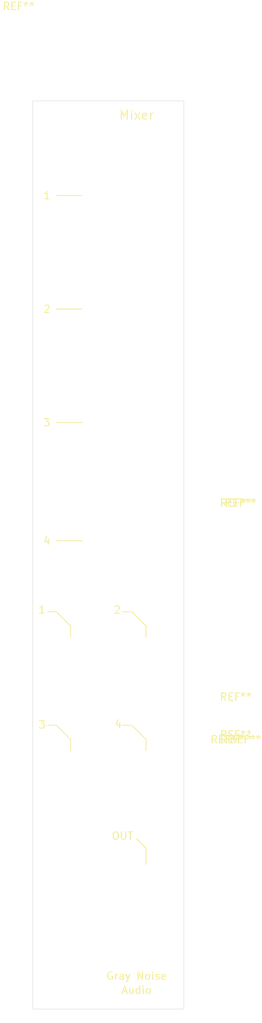
<source format=kicad_pcb>
(kicad_pcb (version 20171130) (host pcbnew "(5.1.9)-1")

  (general
    (thickness 1.6)
    (drawings 39)
    (tracks 0)
    (zones 0)
    (modules 11)
    (nets 1)
  )

  (page A4)
  (layers
    (0 F.Cu signal)
    (31 B.Cu signal)
    (32 B.Adhes user)
    (33 F.Adhes user)
    (34 B.Paste user)
    (35 F.Paste user)
    (36 B.SilkS user)
    (37 F.SilkS user)
    (38 B.Mask user)
    (39 F.Mask user)
    (40 Dwgs.User user)
    (41 Cmts.User user)
    (42 Eco1.User user)
    (43 Eco2.User user)
    (44 Edge.Cuts user)
    (45 Margin user)
    (46 B.CrtYd user)
    (47 F.CrtYd user)
    (48 B.Fab user)
    (49 F.Fab user)
  )

  (setup
    (last_trace_width 0.25)
    (trace_clearance 0.2)
    (zone_clearance 0.508)
    (zone_45_only no)
    (trace_min 0.2)
    (via_size 0.8)
    (via_drill 0.4)
    (via_min_size 0.4)
    (via_min_drill 0.3)
    (uvia_size 0.3)
    (uvia_drill 0.1)
    (uvias_allowed no)
    (uvia_min_size 0.2)
    (uvia_min_drill 0.1)
    (edge_width 0.05)
    (segment_width 0.2)
    (pcb_text_width 0.3)
    (pcb_text_size 1.5 1.5)
    (mod_edge_width 0.12)
    (mod_text_size 1 1)
    (mod_text_width 0.15)
    (pad_size 1.524 1.524)
    (pad_drill 0.762)
    (pad_to_mask_clearance 0)
    (aux_axis_origin 0 0)
    (visible_elements 7FFFFFFF)
    (pcbplotparams
      (layerselection 0x010f0_ffffffff)
      (usegerberextensions false)
      (usegerberattributes false)
      (usegerberadvancedattributes true)
      (creategerberjobfile true)
      (excludeedgelayer true)
      (linewidth 0.100000)
      (plotframeref false)
      (viasonmask false)
      (mode 1)
      (useauxorigin false)
      (hpglpennumber 1)
      (hpglpenspeed 20)
      (hpglpendiameter 15.000000)
      (psnegative false)
      (psa4output false)
      (plotreference true)
      (plotvalue true)
      (plotinvisibletext false)
      (padsonsilk false)
      (subtractmaskfromsilk false)
      (outputformat 1)
      (mirror false)
      (drillshape 0)
      (scaleselection 1)
      (outputdirectory "4mixerFaceGerbs/"))
  )

  (net 0 "")

  (net_class Default "This is the default net class."
    (clearance 0.2)
    (trace_width 0.25)
    (via_dia 0.8)
    (via_drill 0.4)
    (uvia_dia 0.3)
    (uvia_drill 0.1)
  )

  (module MountingHole:MountingHole_3.2mm_M3 (layer F.Cu) (tedit 56D1B4CB) (tstamp 607F96E4)
    (at 30.48 131.445)
    (descr "Mounting Hole 3.2mm, no annular, M3")
    (tags "mounting hole 3.2mm no annular m3")
    (attr virtual)
    (fp_text reference REF** (at 22.225 -38.735) (layer F.SilkS)
      (effects (font (size 1 1) (thickness 0.15)))
    )
    (fp_text value MountingHole_3.2mm_M3 (at 0 4.2) (layer F.Fab)
      (effects (font (size 1 1) (thickness 0.15)))
    )
    (fp_circle (center 0 0) (end 3.45 0) (layer F.CrtYd) (width 0.05))
    (fp_circle (center 0 0) (end 3.2 0) (layer Cmts.User) (width 0.15))
    (fp_text user %R (at 0.3 0) (layer F.Fab)
      (effects (font (size 1 1) (thickness 0.15)))
    )
    (pad 1 np_thru_hole circle (at 0 0) (size 3.2 3.2) (drill 3.2) (layers *.Cu *.Mask))
  )

  (module MountingHole:MountingHole_3.2mm_M3 (layer F.Cu) (tedit 56D1B4CB) (tstamp 607F9672)
    (at 30.48 15.875)
    (descr "Mounting Hole 3.2mm, no annular, M3")
    (tags "mounting hole 3.2mm no annular m3")
    (attr virtual)
    (fp_text reference REF** (at -6.985 -15.875) (layer F.SilkS)
      (effects (font (size 1 1) (thickness 0.15)))
    )
    (fp_text value MountingHole_3.2mm_M3 (at 0 4.2) (layer F.Fab)
      (effects (font (size 1 1) (thickness 0.15)))
    )
    (fp_circle (center 0 0) (end 3.45 0) (layer F.CrtYd) (width 0.05))
    (fp_circle (center 0 0) (end 3.2 0) (layer Cmts.User) (width 0.15))
    (fp_text user %R (at 0.3 0) (layer F.Fab)
      (effects (font (size 1 1) (thickness 0.15)))
    )
    (pad 1 np_thru_hole circle (at 0 0) (size 3.2 3.2) (drill 3.2) (layers *.Cu *.Mask))
  )

  (module SynthStuff:MountingHole_7mm (layer F.Cu) (tedit 607CD27A) (tstamp 607F94D8)
    (at 35.4965 25.4635)
    (descr "Mounting Hole 2.5mm, no annular")
    (tags "mounting hole 2.5mm no annular")
    (attr virtual)
    (fp_text reference REF** (at 17.2085 41.2115) (layer F.SilkS)
      (effects (font (size 1 1) (thickness 0.15)))
    )
    (fp_text value MountingHole_7mm (at 0 3.5) (layer F.Fab)
      (effects (font (size 1 1) (thickness 0.15)))
    )
    (fp_circle (center 0 0) (end 2.75 0) (layer F.CrtYd) (width 0.05))
    (fp_circle (center 0 0) (end 2.5 0) (layer Cmts.User) (width 0.15))
    (fp_text user %R (at 0.3 0) (layer F.Fab)
      (effects (font (size 1 1) (thickness 0.15)))
    )
    (pad "" np_thru_hole circle (at 0 0) (size 7 7) (drill 7) (layers *.Cu *.Mask))
  )

  (module SynthStuff:MountingHole_7mm (layer F.Cu) (tedit 607CD27A) (tstamp 607F9430)
    (at 35.56 40.7035)
    (descr "Mounting Hole 2.5mm, no annular")
    (tags "mounting hole 2.5mm no annular")
    (attr virtual)
    (fp_text reference REF** (at 17.145 25.9715) (layer F.SilkS)
      (effects (font (size 1 1) (thickness 0.15)))
    )
    (fp_text value MountingHole_7mm (at 0 3.5) (layer F.Fab)
      (effects (font (size 1 1) (thickness 0.15)))
    )
    (fp_circle (center 0 0) (end 2.75 0) (layer F.CrtYd) (width 0.05))
    (fp_circle (center 0 0) (end 2.5 0) (layer Cmts.User) (width 0.15))
    (fp_text user %R (at 0.3 0) (layer F.Fab)
      (effects (font (size 1 1) (thickness 0.15)))
    )
    (pad "" np_thru_hole circle (at 0 0) (size 7 7) (drill 7) (layers *.Cu *.Mask))
  )

  (module SynthStuff:MountingHole_7mm (layer F.Cu) (tedit 607CD27A) (tstamp 607F94FE)
    (at 35.56 55.9435)
    (descr "Mounting Hole 2.5mm, no annular")
    (tags "mounting hole 2.5mm no annular")
    (attr virtual)
    (fp_text reference REF** (at 17.145 10.7315) (layer F.SilkS)
      (effects (font (size 1 1) (thickness 0.15)))
    )
    (fp_text value MountingHole_7mm (at 0 3.5) (layer F.Fab)
      (effects (font (size 1 1) (thickness 0.15)))
    )
    (fp_circle (center 0 0) (end 2.75 0) (layer F.CrtYd) (width 0.05))
    (fp_circle (center 0 0) (end 2.5 0) (layer Cmts.User) (width 0.15))
    (fp_text user %R (at 0.3 0) (layer F.Fab)
      (effects (font (size 1 1) (thickness 0.15)))
    )
    (pad "" np_thru_hole circle (at 0 0) (size 7 7) (drill 7) (layers *.Cu *.Mask))
  )

  (module SynthStuff:MountingHole_7mm (layer F.Cu) (tedit 607CD27A) (tstamp 607F9540)
    (at 35.56 71.1835)
    (descr "Mounting Hole 2.5mm, no annular")
    (tags "mounting hole 2.5mm no annular")
    (attr virtual)
    (fp_text reference REF** (at 17.78 -4.5085) (layer F.SilkS)
      (effects (font (size 1 1) (thickness 0.15)))
    )
    (fp_text value MountingHole_7mm (at 0 3.5) (layer F.Fab)
      (effects (font (size 1 1) (thickness 0.15)))
    )
    (fp_circle (center 0 0) (end 2.75 0) (layer F.CrtYd) (width 0.05))
    (fp_circle (center 0 0) (end 2.5 0) (layer Cmts.User) (width 0.15))
    (fp_text user %R (at 0.3 0) (layer F.Fab)
      (effects (font (size 1 1) (thickness 0.15)))
    )
    (pad "" np_thru_hole circle (at 0 0) (size 7 7) (drill 7) (layers *.Cu *.Mask))
  )

  (module MountingHole:MountingHole_6mm (layer F.Cu) (tedit 56D1B4CB) (tstamp 607F923A)
    (at 40.64 87.757)
    (descr "Mounting Hole 6mm, no annular")
    (tags "mounting hole 6mm no annular")
    (attr virtual)
    (fp_text reference REF** (at 12.065 10.033) (layer F.SilkS)
      (effects (font (size 1 1) (thickness 0.15)))
    )
    (fp_text value MountingHole_6mm (at 0 7) (layer F.Fab)
      (effects (font (size 1 1) (thickness 0.15)))
    )
    (fp_circle (center 0 0) (end 6.25 0) (layer F.CrtYd) (width 0.05))
    (fp_circle (center 0 0) (end 6 0) (layer Cmts.User) (width 0.15))
    (fp_text user %R (at 0.3 0) (layer F.Fab)
      (effects (font (size 1 1) (thickness 0.15)))
    )
    (pad 1 np_thru_hole circle (at 0 0) (size 6 6) (drill 6) (layers *.Cu *.Mask))
  )

  (module MountingHole:MountingHole_6mm (layer F.Cu) (tedit 56D1B4CB) (tstamp 607F921D)
    (at 30.48 87.6935)
    (descr "Mounting Hole 6mm, no annular")
    (tags "mounting hole 6mm no annular")
    (attr virtual)
    (fp_text reference REF** (at 20.955 10.7315) (layer F.SilkS)
      (effects (font (size 1 1) (thickness 0.15)))
    )
    (fp_text value MountingHole_6mm (at 0 7) (layer F.Fab)
      (effects (font (size 1 1) (thickness 0.15)))
    )
    (fp_circle (center 0 0) (end 6.25 0) (layer F.CrtYd) (width 0.05))
    (fp_circle (center 0 0) (end 6 0) (layer Cmts.User) (width 0.15))
    (fp_text user %R (at 0.3 0) (layer F.Fab)
      (effects (font (size 1 1) (thickness 0.15)))
    )
    (pad 1 np_thru_hole circle (at 0 0) (size 6 6) (drill 6) (layers *.Cu *.Mask))
  )

  (module MountingHole:MountingHole_6mm (layer F.Cu) (tedit 56D1B4CB) (tstamp 607F9200)
    (at 30.48 102.997)
    (descr "Mounting Hole 6mm, no annular")
    (tags "mounting hole 6mm no annular")
    (attr virtual)
    (fp_text reference REF** (at 23.495 -4.572) (layer F.SilkS)
      (effects (font (size 1 1) (thickness 0.15)))
    )
    (fp_text value MountingHole_6mm (at 0 7) (layer F.Fab)
      (effects (font (size 1 1) (thickness 0.15)))
    )
    (fp_circle (center 0 0) (end 6.25 0) (layer F.CrtYd) (width 0.05))
    (fp_circle (center 0 0) (end 6 0) (layer Cmts.User) (width 0.15))
    (fp_text user %R (at 0.3 0) (layer F.Fab)
      (effects (font (size 1 1) (thickness 0.15)))
    )
    (pad 1 np_thru_hole circle (at 0 0) (size 6 6) (drill 6) (layers *.Cu *.Mask))
  )

  (module MountingHole:MountingHole_6mm (layer F.Cu) (tedit 56D1B4CB) (tstamp 607F91E3)
    (at 40.64 102.9335)
    (descr "Mounting Hole 6mm, no annular")
    (tags "mounting hole 6mm no annular")
    (attr virtual)
    (fp_text reference REF** (at 12.065 -4.5085) (layer F.SilkS)
      (effects (font (size 1 1) (thickness 0.15)))
    )
    (fp_text value MountingHole_6mm (at 0 7) (layer F.Fab)
      (effects (font (size 1 1) (thickness 0.15)))
    )
    (fp_circle (center 0 0) (end 6.25 0) (layer F.CrtYd) (width 0.05))
    (fp_circle (center 0 0) (end 6 0) (layer Cmts.User) (width 0.15))
    (fp_text user %R (at 0.3 0) (layer F.Fab)
      (effects (font (size 1 1) (thickness 0.15)))
    )
    (pad 1 np_thru_hole circle (at 0 0) (size 6 6) (drill 6) (layers *.Cu *.Mask))
  )

  (module MountingHole:MountingHole_6mm (layer F.Cu) (tedit 56D1B4CB) (tstamp 607F91C6)
    (at 40.64 118.237)
    (descr "Mounting Hole 6mm, no annular")
    (tags "mounting hole 6mm no annular")
    (attr virtual)
    (fp_text reference REF** (at 12.065 -19.812) (layer F.SilkS)
      (effects (font (size 1 1) (thickness 0.15)))
    )
    (fp_text value MountingHole_6mm (at 0 7) (layer F.Fab)
      (effects (font (size 1 1) (thickness 0.15)))
    )
    (fp_circle (center 0 0) (end 6.25 0) (layer F.CrtYd) (width 0.05))
    (fp_circle (center 0 0) (end 6 0) (layer Cmts.User) (width 0.15))
    (fp_text user %R (at 0.3 0) (layer F.Fab)
      (effects (font (size 1 1) (thickness 0.15)))
    )
    (pad 1 np_thru_hole circle (at 0 0) (size 6 6) (drill 6) (layers *.Cu *.Mask))
  )

  (gr_line (start 40.64 113.03) (end 40.64 117.475) (layer F.SilkS) (width 0.12))
  (gr_line (start 39.37 111.76) (end 40.64 113.03) (layer F.SilkS) (width 0.12))
  (gr_line (start 40.64 98.425) (end 40.64 101.6) (layer F.SilkS) (width 0.12))
  (gr_line (start 38.735 96.52) (end 40.64 98.425) (layer F.SilkS) (width 0.12))
  (gr_line (start 37.465 96.52) (end 38.735 96.52) (layer F.SilkS) (width 0.12))
  (gr_line (start 30.48 98.425) (end 30.48 102.235) (layer F.SilkS) (width 0.12))
  (gr_line (start 28.575 96.52) (end 30.48 98.425) (layer F.SilkS) (width 0.12))
  (gr_line (start 27.305 96.52) (end 28.575 96.52) (layer F.SilkS) (width 0.12))
  (gr_line (start 40.64 83.185) (end 40.64 86.36) (layer F.SilkS) (width 0.12))
  (gr_line (start 38.735 81.28) (end 40.64 83.185) (layer F.SilkS) (width 0.12))
  (gr_line (start 37.465 81.28) (end 38.735 81.28) (layer F.SilkS) (width 0.12))
  (gr_line (start 30.48 83.185) (end 30.48 86.995) (layer F.SilkS) (width 0.12))
  (gr_line (start 29.845 82.55) (end 30.48 83.185) (layer F.SilkS) (width 0.12))
  (gr_line (start 28.575 81.28) (end 29.845 82.55) (layer F.SilkS) (width 0.12))
  (gr_line (start 27.305 81.28) (end 28.575 81.28) (layer F.SilkS) (width 0.12))
  (gr_line (start 28.575 71.755) (end 33.02 71.755) (layer F.SilkS) (width 0.12))
  (gr_line (start 28.575 55.88) (end 33.02 55.88) (layer F.SilkS) (width 0.12))
  (gr_line (start 28.575 40.64) (end 33.655 40.64) (layer F.SilkS) (width 0.12))
  (gr_line (start 28.575 25.4) (end 32.385 25.4) (layer F.SilkS) (width 0.12))
  (gr_text Audio (at 39.37 132.08) (layer F.SilkS)
    (effects (font (size 1 1) (thickness 0.15)))
  )
  (gr_text "Gray Noise" (at 39.37 130.175) (layer F.SilkS)
    (effects (font (size 1 1) (thickness 0.15)))
  )
  (gr_text Mixer (at 39.37 14.605) (layer F.SilkS)
    (effects (font (size 1.2 1.2) (thickness 0.15)))
  )
  (gr_text 4 (at 27.305 71.755) (layer F.SilkS)
    (effects (font (size 1 1) (thickness 0.15)))
  )
  (gr_text 3 (at 27.305 55.88) (layer F.SilkS)
    (effects (font (size 1 1) (thickness 0.15)))
  )
  (gr_text "2\n" (at 27.305 40.64) (layer F.SilkS)
    (effects (font (size 1 1) (thickness 0.15)))
  )
  (gr_text 1 (at 27.305 25.4) (layer F.SilkS)
    (effects (font (size 1 1) (thickness 0.15)))
  )
  (gr_text OUT (at 37.465 111.379) (layer F.SilkS)
    (effects (font (size 1 1) (thickness 0.15)))
  )
  (gr_text 4 (at 36.8935 96.393) (layer F.SilkS)
    (effects (font (size 1 1) (thickness 0.15)))
  )
  (gr_text 3 (at 26.67 96.4565) (layer F.SilkS)
    (effects (font (size 1 1) (thickness 0.15)))
  )
  (gr_text 2 (at 36.7665 81.026) (layer F.SilkS)
    (effects (font (size 1 1) (thickness 0.15)))
  )
  (gr_text 1 (at 26.658406 81.019456) (layer F.SilkS)
    (effects (font (size 1 1) (thickness 0.15)))
  )
  (gr_line (start 45.72 12.7) (end 45.72 20.32) (layer Edge.Cuts) (width 0.05) (tstamp 607F31E5))
  (gr_line (start 25.4 12.7) (end 45.72 12.7) (layer Edge.Cuts) (width 0.05))
  (gr_line (start 25.4 20.32) (end 25.4 12.7) (layer Edge.Cuts) (width 0.05))
  (gr_line (start 45.72 134.62) (end 45.72 127) (layer Edge.Cuts) (width 0.05) (tstamp 607F31E1))
  (gr_line (start 25.4 134.62) (end 45.72 134.62) (layer Edge.Cuts) (width 0.05))
  (gr_line (start 25.4 127) (end 25.4 134.62) (layer Edge.Cuts) (width 0.05))
  (gr_line (start 25.4 20.32) (end 25.4 127) (layer Edge.Cuts) (width 0.05) (tstamp 607EE58A))
  (gr_line (start 45.72 127) (end 45.72 20.32) (layer Edge.Cuts) (width 0.05))

)

</source>
